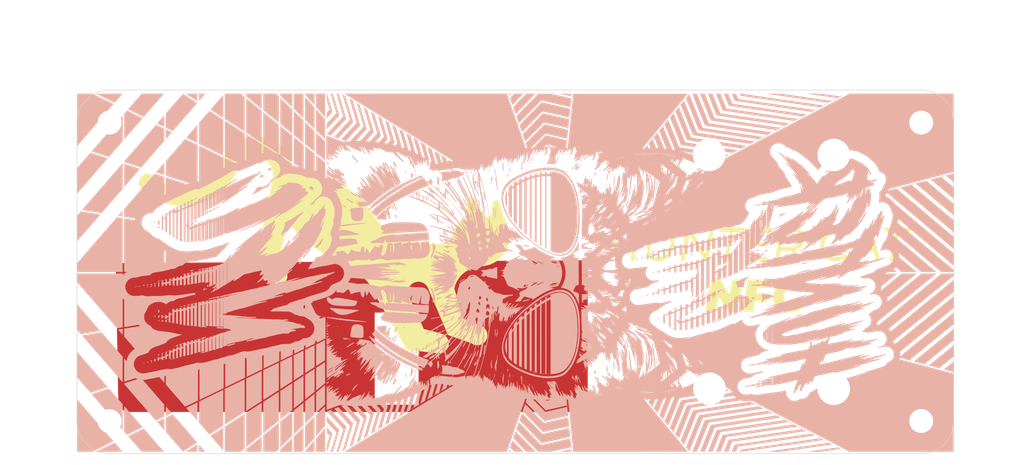
<source format=kicad_pcb>
(kicad_pcb (version 20171130) (host pcbnew "(5.1.9-0-10_14)")
  (title_block (title "Case Hunter Cat") (date 2020-11-26) (rev 1.1) (company "Electronic Cats") (comment 2 "Design: Mayra") (comment 3 " Design: Nestor Salazar") (comment 4 "Andres Sabas"))
  (layers (0 F.Cu signal) (31 B.Cu signal) (34 B.Paste user) (35 F.Paste user) (36 B.SilkS user) (37 F.SilkS user) (38 B.Mask user) (39 F.Mask user) (44 Edge.Cuts user))
  (net 0 "")
  (module GATOHUNTER (layer F.Cu) (at 120.25 92.12)
    (fp_text reference Ref** hide)
    (fp_text value Val** hide)
  )
  (module MountingHole:MountingHole_2.2mm_M2 (layer F.Cu) (at 138.17 81.48)
    (fp_text reference REF**)
    (fp_text value MountingHole_2.2mm_M2)
    (pad "" np_thru_hole circle (at 0 0) (size 3 3) (drill 3) (layers *.Cu *.Mask))
  )
  (module MountingHole:MountingHole_2.2mm_M2 (layer F.Cu) (at 138.21 103.02)
    (fp_text reference REF**)
    (fp_text value MountingHole_2.2mm_M2)
    (pad "" np_thru_hole circle (at 0 0) (size 3 3) (drill 3) (layers *.Cu *.Mask))
  )
  (module MountingHole:MountingHole_2.2mm_M2 (layer F.Cu) (at 149.64 103.02)
    (fp_text reference REF**)
    (fp_text value MountingHole_2.2mm_M2)
    (pad "" np_thru_hole circle (at 0 0) (size 3 3) (drill 3) (layers *.Cu *.Mask))
  )
  (module MountingHole:MountingHole_2.2mm_M2 (layer F.Cu) (at 149.64 81.48)
    (fp_text reference REF**)
    (fp_text value MountingHole_2.2mm_M2)
    (pad "" np_thru_hole circle (at 0 0) (size 3 3) (drill 3) (layers *.Cu *.Mask))
  )
  (module "Ilustracion Final HC-NFC" (layer B.Cu) (at 120.35 92.32 90)
    (fp_text reference Ref** hide)
    (fp_text value Val** hide)
  )
  (module MountingHole:MountingHole_2.2mm_M2 (layer F.Cu) (at 83 78.5)
    (fp_text reference REF**)
    (fp_text value MountingHole_2.2mm_M2)
    (pad 1 np_thru_hole circle (at 0 0) (size 2.2 2.2) (drill 2.2) (layers *.Cu *.Mask))
  )
  (module MountingHole:MountingHole_2.2mm_M2 (layer F.Cu) (at 83 106)
    (fp_text reference REF**)
    (fp_text value MountingHole_2.2mm_M2)
    (pad 1 np_thru_hole circle (at 0 0) (size 2.2 2.2) (drill 2.2) (layers *.Cu *.Mask))
  )
  (module MountingHole:MountingHole_2.2mm_M2 (layer F.Cu) (at 157.69 78.5)
    (fp_text reference REF**)
    (fp_text value MountingHole_2.2mm_M2)
    (pad 1 np_thru_hole circle (at 0 0) (size 2.2 2.2) (drill 2.2) (layers *.Cu *.Mask))
  )
  (module MountingHole:MountingHole_2.2mm_M2 (layer F.Cu) (at 157.69 105.99)
    (fp_text reference REF**)
    (fp_text value MountingHole_2.2mm_M2)
    (pad 1 np_thru_hole circle (at 0 0) (size 2.2 2.2) (drill 2.2) (layers *.Cu *.Mask))
  )
  (gr_arc (start 83 78.5) (end 83 75.5) (angle -90) (layer Edge.Cuts) (width 0.05))
  (gr_arc (start 157.69 105.99) (end 157.69 108.99) (angle -90) (layer Edge.Cuts) (width 0.05))
  (gr_line (start 83 75.5) (end 157.69 75.5) (layer Edge.Cuts) (width 0.05))
  (gr_line (start 157.69 108.99) (end 83 109) (layer Edge.Cuts) (width 0.05))
  (gr_arc (start 157.69 78.5) (end 160.69 78.5) (angle -90) (layer Edge.Cuts) (width 0.05))
  (gr_line (start 160.69 78.5) (end 160.69 105.99) (layer Edge.Cuts) (width 0.05))
  (gr_line (start 80 106) (end 80 78.5) (layer Edge.Cuts) (width 0.05))
  (gr_arc (start 83 106) (end 80 106) (angle -90) (layer Edge.Cuts) (width 0.05))
  (zone (net 0) (net_name "") (layer F.Cu) (connect_pads (clearance 0.508)) (min_thickness 0.254) (fill yes (arc_segments 32) (thermal_gap 0.508) (thermal_bridge_width 0.508))
    (polygon (pts (xy 126.492 91.186) (xy 127 91.186) (xy 127 105.156) (xy 83.82 105.156) (xy 83.566 91.44)))
  )
  (zone (net 0) (net_name "") (layers F&B.Cu) (connect_pads (clearance 0.508)) (min_thickness 0.254)
    (keepout (tracks not_allowed) (vias not_allowed) (copperpour not_allowed))
    (fill (arc_segments 32) (thermal_gap 0.508) (thermal_bridge_width 0.508))
    (polygon (pts (xy 111.44 104.49) (xy 107.4 104.49) (xy 107.4 96) (xy 111.44 96)))
  )
  (zone (net 0) (net_name "") (layers F&B.Cu) (connect_pads (clearance 0.508)) (min_thickness 0.254)
    (keepout (tracks not_allowed) (vias not_allowed) (copperpour not_allowed))
    (fill (arc_segments 32) (thermal_gap 0.508) (thermal_bridge_width 0.508))
    (polygon (pts (xy 111.47 88.51) (xy 107.41 88.51) (xy 107.41 80.01) (xy 111.47 80.01)))
  )
)
</source>
